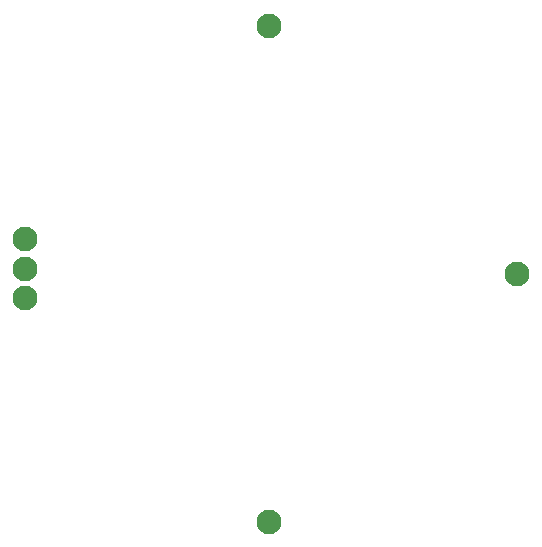
<source format=gbr>
%TF.GenerationSoftware,KiCad,Pcbnew,7.0.5*%
%TF.CreationDate,2023-10-17T21:25:03+03:00*%
%TF.ProjectId,Light,4c696768-742e-46b6-9963-61645f706362,rev?*%
%TF.SameCoordinates,Original*%
%TF.FileFunction,Soldermask,Bot*%
%TF.FilePolarity,Negative*%
%FSLAX46Y46*%
G04 Gerber Fmt 4.6, Leading zero omitted, Abs format (unit mm)*
G04 Created by KiCad (PCBNEW 7.0.5) date 2023-10-17 21:25:03*
%MOMM*%
%LPD*%
G01*
G04 APERTURE LIST*
%ADD10C,2.100000*%
G04 APERTURE END LIST*
D10*
%TO.C,H3*%
X100000000Y-121000000D03*
%TD*%
%TO.C,H1*%
X100000000Y-79000000D03*
%TD*%
%TO.C,H2*%
X121000000Y-100000000D03*
%TD*%
%TO.C,J1*%
X79400000Y-102100000D03*
X79400000Y-99600000D03*
X79400000Y-97100000D03*
%TD*%
M02*

</source>
